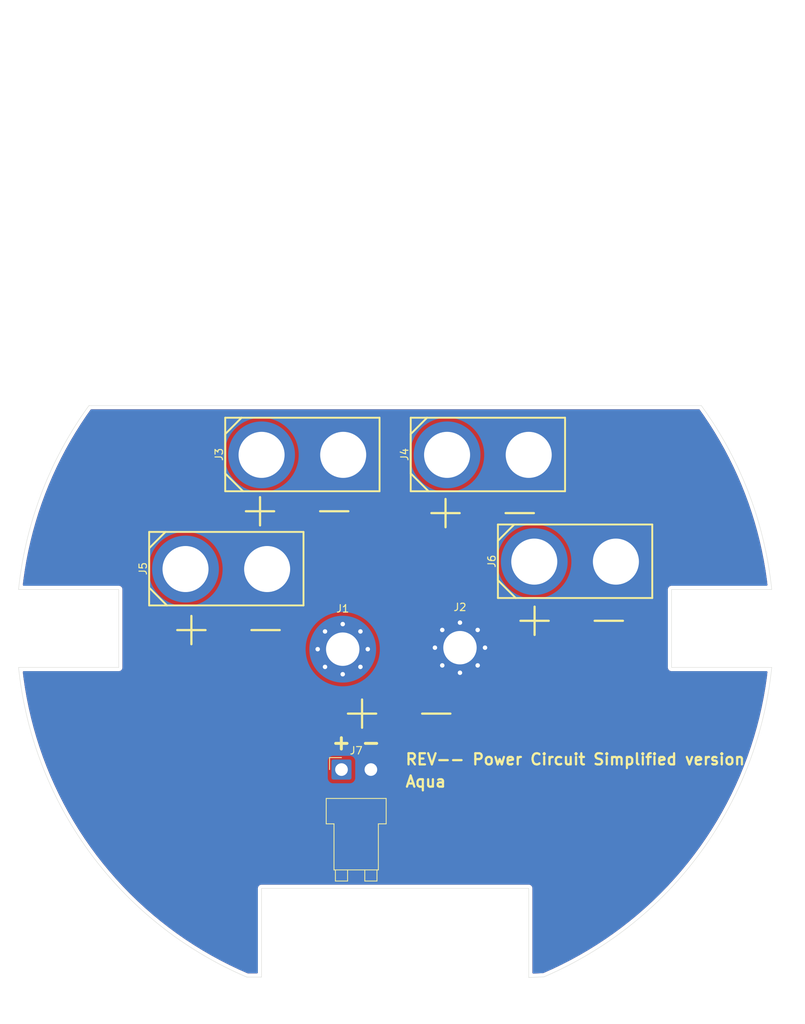
<source format=kicad_pcb>
(kicad_pcb (version 20241229) (generator "pcbnew") (generator_version "9.0")
  (title_block (title "power circuit") (rev "00"))
  (layers (0 "F.Cu" signal) (2 "B.Cu" signal) (13 "F.Paste" user) (15 "B.Paste" user) (5 "F.SilkS" user "F.Silkscreen") (7 "B.SilkS" user "B.Silkscreen") (1 "F.Mask" user) (3 "B.Mask" user) (25 "Edge.Cuts" user))
  (net 0 "")
  (net 1 "+24V")
  (net 2 "GND")
  (footprint "specific_footprint_library:TH_XT90PB-F" (layer "F.Cu") (at 47.5 56.625 90)
    (property "Reference" "J5" (at 0.05 -11.227 90) (layer "F.SilkS"))
    (property "Value" "~")
    (fp_line (start 5 -10.4) (end 5 -8.2) (stroke (width 0.254)) (layer "F.SilkS"))
    (fp_line (start 2.8 -10.4) (end 5 -8.2) (stroke (width 0.254)) (layer "F.SilkS"))
    (fp_line (start -2.5 -10.4) (end 2.8 -10.4) (stroke (width 0.254)) (layer "F.SilkS"))
    (fp_line (start -4.9 -10.4) (end 5 -10.4) (stroke (width 0.254)) (layer "F.SilkS"))
    (fp_line (start 5 -8.2) (end 5 10.4) (stroke (width 0.254)) (layer "F.SilkS"))
    (fp_line (start -4.9 -8) (end -2.5 -10.4) (stroke (width 0.254)) (layer "F.SilkS"))
    (fp_line (start -4.9 -8) (end -4.9 -10.4) (stroke (width 0.254)) (layer "F.SilkS"))
    (fp_line (start 5 10.4) (end -4.9 10.4) (stroke (width 0.254)) (layer "F.SilkS"))
    (fp_line (start -4.9 10.4) (end -4.9 -8) (stroke (width 0.254)) (layer "F.SilkS"))
    (pad "1" thru_hole circle (at 0 -5.5) (size 9 9) (drill 6.2) (layers "*.Cu" "*.Mask") (net 1 "+24V"))
    (pad "2" thru_hole circle (at 0 5.5) (size 9 9) (drill 6.2) (layers "*.Cu" "*.Mask") (net 2 "GND"))
  )
  (footprint "specific_footprint_library:TH_XT90PB-F" (layer "F.Cu") (at 57.75 41.25 90)
    (property "Reference" "J3" (at 0.05 -11.227 90) (layer "F.SilkS"))
    (property "Value" "~")
    (fp_line (start 5 -10.4) (end 5 -8.2) (stroke (width 0.254)) (layer "F.SilkS"))
    (fp_line (start 2.8 -10.4) (end 5 -8.2) (stroke (width 0.254)) (layer "F.SilkS"))
    (fp_line (start -2.5 -10.4) (end 2.8 -10.4) (stroke (width 0.254)) (layer "F.SilkS"))
    (fp_line (start -4.9 -10.4) (end 5 -10.4) (stroke (width 0.254)) (layer "F.SilkS"))
    (fp_line (start 5 -8.2) (end 5 10.4) (stroke (width 0.254)) (layer "F.SilkS"))
    (fp_line (start -4.9 -8) (end -2.5 -10.4) (stroke (width 0.254)) (layer "F.SilkS"))
    (fp_line (start -4.9 -8) (end -4.9 -10.4) (stroke (width 0.254)) (layer "F.SilkS"))
    (fp_line (start 5 10.4) (end -4.9 10.4) (stroke (width 0.254)) (layer "F.SilkS"))
    (fp_line (start -4.9 10.4) (end -4.9 -8) (stroke (width 0.254)) (layer "F.SilkS"))
    (pad "1" thru_hole circle (at 0 -5.5) (size 9 9) (drill 6.2) (layers "*.Cu" "*.Mask") (net 1 "+24V"))
    (pad "2" thru_hole circle (at 0 5.5) (size 9 9) (drill 6.2) (layers "*.Cu" "*.Mask") (net 2 "GND"))
  )
  (footprint "Connector_JST:JST_VH_B2PS-VH_1x02_P3.96mm_Horizontal" (layer "F.Cu") (at 63.02 83.625)
    (property "Reference" "J7" (at 1.98 -2.55 0) (layer "F.SilkS"))
    (property "Value" "Conn_01x02_Pin")
    (fp_line (start -2.06 3.89) (end 6.02 3.89) (stroke (width 0.12)) (layer "F.SilkS"))
    (fp_line (start -2.06 7.31) (end -2.06 3.89) (stroke (width 0.12)) (layer "F.SilkS"))
    (fp_line (start -1.61 -1.61) (end -1.61 0) (stroke (width 0.12)) (layer "F.SilkS"))
    (fp_line (start -1.01 7.31) (end -2.06 7.31) (stroke (width 0.12)) (layer "F.SilkS"))
    (fp_line (start -1.01 13.51) (end -1.01 7.31) (stroke (width 0.12)) (layer "F.SilkS"))
    (fp_line (start -0.82 13.51) (end -0.82 15.01) (stroke (width 0.12)) (layer "F.SilkS"))
    (fp_line (start -0.82 15.01) (end 0.82 15.01) (stroke (width 0.12)) (layer "F.SilkS"))
    (fp_line (start 0 -1.61) (end -1.61 -1.61) (stroke (width 0.12)) (layer "F.SilkS"))
    (fp_line (start 0.82 15.01) (end 0.82 13.51) (stroke (width 0.12)) (layer "F.SilkS"))
    (fp_line (start 3.14 13.51) (end 3.14 15.01) (stroke (width 0.12)) (layer "F.SilkS"))
    (fp_line (start 3.14 15.01) (end 4.78 15.01) (stroke (width 0.12)) (layer "F.SilkS"))
    (fp_line (start 4.78 15.01) (end 4.78 13.51) (stroke (width 0.12)) (layer "F.SilkS"))
    (fp_line (start 4.97 7.31) (end 4.97 13.51) (stroke (width 0.12)) (layer "F.SilkS"))
    (fp_line (start 4.97 13.51) (end -1.01 13.51) (stroke (width 0.12)) (layer "F.SilkS"))
    (fp_line (start 6.02 3.89) (end 6.02 7.31) (stroke (width 0.12)) (layer "F.SilkS"))
    (fp_line (start 6.02 7.31) (end 4.97 7.31) (stroke (width 0.12)) (layer "F.SilkS"))
    (pad "1" thru_hole roundrect (at 0 0) (size 2.7 2.7) (drill 1.7) (layers "*.Cu" "*.Mask") (roundrect_rratio 0.092593) (net 1 "+24V"))
    (pad "2" thru_hole circle (at 3.96 0) (size 2.7 2.7) (drill 1.7) (layers "*.Cu" "*.Mask") (net 2 "GND"))
  )
  (footprint "MountingHole:MountingHole_4.5mm_Pad_Via" (layer "F.Cu") (at 63.186485 67.413515)
    (property "Reference" "J1" (at 0 -5.45 0) (layer "F.SilkS"))
    (property "Value" "Conn_01x01_Pin")
    (pad "1" thru_hole circle (at -3.375 0) (size 0.9 0.9) (drill 0.6) (layers "*.Cu" "*.Mask") (net 1 "+24V"))
    (pad "1" thru_hole circle (at -2.386485 -2.386485) (size 0.9 0.9) (drill 0.6) (layers "*.Cu" "*.Mask") (net 1 "+24V"))
    (pad "1" thru_hole circle (at -2.386485 2.386485) (size 0.9 0.9) (drill 0.6) (layers "*.Cu" "*.Mask") (net 1 "+24V"))
    (pad "1" thru_hole circle (at 0 -3.375) (size 0.9 0.9) (drill 0.6) (layers "*.Cu" "*.Mask") (net 1 "+24V"))
    (pad "1" thru_hole circle (at 0 0) (size 9 9) (drill 4.5) (layers "*.Cu" "*.Mask") (net 1 "+24V"))
    (pad "1" thru_hole circle (at 0 3.375) (size 0.9 0.9) (drill 0.6) (layers "*.Cu" "*.Mask") (net 1 "+24V"))
    (pad "1" thru_hole circle (at 2.386485 -2.386485) (size 0.9 0.9) (drill 0.6) (layers "*.Cu" "*.Mask") (net 1 "+24V"))
    (pad "1" thru_hole circle (at 2.386485 2.386485) (size 0.9 0.9) (drill 0.6) (layers "*.Cu" "*.Mask") (net 1 "+24V"))
    (pad "1" thru_hole circle (at 3.375 0) (size 0.9 0.9) (drill 0.6) (layers "*.Cu" "*.Mask") (net 1 "+24V"))
  )
  (footprint "specific_footprint_library:TH_XT90PB-F" (layer "F.Cu") (at 82.75 41.25 90)
    (property "Reference" "J4" (at 0.05 -11.227 90) (layer "F.SilkS"))
    (property "Value" "~")
    (fp_line (start 5 -10.4) (end 5 -8.2) (stroke (width 0.254)) (layer "F.SilkS"))
    (fp_line (start 2.8 -10.4) (end 5 -8.2) (stroke (width 0.254)) (layer "F.SilkS"))
    (fp_line (start -2.5 -10.4) (end 2.8 -10.4) (stroke (width 0.254)) (layer "F.SilkS"))
    (fp_line (start -4.9 -10.4) (end 5 -10.4) (stroke (width 0.254)) (layer "F.SilkS"))
    (fp_line (start 5 -8.2) (end 5 10.4) (stroke (width 0.254)) (layer "F.SilkS"))
    (fp_line (start -4.9 -8) (end -2.5 -10.4) (stroke (width 0.254)) (layer "F.SilkS"))
    (fp_line (start -4.9 -8) (end -4.9 -10.4) (stroke (width 0.254)) (layer "F.SilkS"))
    (fp_line (start 5 10.4) (end -4.9 10.4) (stroke (width 0.254)) (layer "F.SilkS"))
    (fp_line (start -4.9 10.4) (end -4.9 -8) (stroke (width 0.254)) (layer "F.SilkS"))
    (pad "1" thru_hole circle (at 0 -5.5) (size 9 9) (drill 6.2) (layers "*.Cu" "*.Mask") (net 1 "+24V"))
    (pad "2" thru_hole circle (at 0 5.5) (size 9 9) (drill 6.2) (layers "*.Cu" "*.Mask") (net 2 "GND"))
  )
  (footprint "MountingHole:MountingHole_4.5mm_Pad_Via" (layer "F.Cu") (at 78.986485 67.213515)
    (property "Reference" "J2" (at 0 -5.45 0) (layer "F.SilkS"))
    (property "Value" "-")
    (pad "1" thru_hole circle (at -3.375 0) (size 0.9 0.9) (drill 0.6) (layers "*.Cu" "*.Mask") (net 2 "GND"))
    (pad "1" thru_hole circle (at -2.386485 -2.386485) (size 0.9 0.9) (drill 0.6) (layers "*.Cu" "*.Mask") (net 2 "GND"))
    (pad "1" thru_hole circle (at -2.386485 2.386485) (size 0.9 0.9) (drill 0.6) (layers "*.Cu" "*.Mask") (net 2 "GND"))
    (pad "1" thru_hole circle (at 0 -3.375) (size 0.9 0.9) (drill 0.6) (layers "*.Cu" "*.Mask") (net 2 "GND"))
    (pad "1" thru_hole circle (at 0 0) (size 9 9) (drill 4.5) (layers "*.Cu" "*.Mask") (net 2 "GND"))
    (pad "1" thru_hole circle (at 0 3.375) (size 0.9 0.9) (drill 0.6) (layers "*.Cu" "*.Mask") (net 2 "GND"))
    (pad "1" thru_hole circle (at 2.386485 -2.386485) (size 0.9 0.9) (drill 0.6) (layers "*.Cu" "*.Mask") (net 2 "GND"))
    (pad "1" thru_hole circle (at 2.386485 2.386485) (size 0.9 0.9) (drill 0.6) (layers "*.Cu" "*.Mask") (net 2 "GND"))
    (pad "1" thru_hole circle (at 3.375 0) (size 0.9 0.9) (drill 0.6) (layers "*.Cu" "*.Mask") (net 2 "GND"))
  )
  (footprint "specific_footprint_library:TH_XT90PB-F" (layer "F.Cu") (at 94.5 55.625 90)
    (property "Reference" "J6" (at 0.05 -11.227 90) (layer "F.SilkS"))
    (property "Value" "~")
    (fp_line (start 5 -10.4) (end 5 -8.2) (stroke (width 0.254)) (layer "F.SilkS"))
    (fp_line (start 2.8 -10.4) (end 5 -8.2) (stroke (width 0.254)) (layer "F.SilkS"))
    (fp_line (start -2.5 -10.4) (end 2.8 -10.4) (stroke (width 0.254)) (layer "F.SilkS"))
    (fp_line (start -4.9 -10.4) (end 5 -10.4) (stroke (width 0.254)) (layer "F.SilkS"))
    (fp_line (start 5 -8.2) (end 5 10.4) (stroke (width 0.254)) (layer "F.SilkS"))
    (fp_line (start -4.9 -8) (end -2.5 -10.4) (stroke (width 0.254)) (layer "F.SilkS"))
    (fp_line (start -4.9 -8) (end -4.9 -10.4) (stroke (width 0.254)) (layer "F.SilkS"))
    (fp_line (start 5 10.4) (end -4.9 10.4) (stroke (width 0.254)) (layer "F.SilkS"))
    (fp_line (start -4.9 10.4) (end -4.9 -8) (stroke (width 0.254)) (layer "F.SilkS"))
    (pad "1" thru_hole circle (at 0 -5.5) (size 9 9) (drill 6.2) (layers "*.Cu" "*.Mask") (net 1 "+24V"))
    (pad "2" thru_hole circle (at 0 5.5) (size 9 9) (drill 6.2) (layers "*.Cu" "*.Mask") (net 2 "GND"))
  )
  (gr_line (start 107.5 59.375) (end 121 59.375) (stroke (width 0.05)) (layer "Edge.Cuts"))
  (gr_arc (start 19.5 59.375) (mid 22.607352 46.368409) (end 28.987615 34.615992) (stroke (width 0.05)) (layer "Edge.Cuts"))
  (gr_line (start 52.25 111.572052) (end 52.25 99.625) (stroke (width 0.05)) (layer "Edge.Cuts"))
  (gr_arc (start 121 69.875) (mid 111.330997 94.881845) (end 90.31781 111.533507) (stroke (width 0.05)) (layer "Edge.Cuts"))
  (gr_arc (start 50.272531 111.572052) (mid 29.198146 94.921373) (end 19.5 69.875) (stroke (width 0.05)) (layer "Edge.Cuts"))
  (gr_line (start 19.5 59.375) (end 33 59.375) (stroke (width 0.05)) (layer "Edge.Cuts"))
  (gr_line (start 107.5 69.875) (end 107.5 59.375) (stroke (width 0.05)) (layer "Edge.Cuts"))
  (gr_line (start 121 69.874999) (end 107.5 69.875) (stroke (width 0.05)) (layer "Edge.Cuts"))
  (gr_line (start 88.25 111.625) (end 90.317809 111.533507) (stroke (width 0.05)) (layer "Edge.Cuts"))
  (gr_line (start 88.25 99.625) (end 88.25 111.625) (stroke (width 0.05)) (layer "Edge.Cuts"))
  (gr_line (start 50.272531 111.572051) (end 52.25 111.572052) (stroke (width 0.05)) (layer "Edge.Cuts"))
  (gr_line (start 28.987615 34.615992) (end 111.512385 34.615994) (stroke (width 0.05)) (layer "Edge.Cuts"))
  (gr_line (start 33 59.375) (end 33 69.875) (stroke (width 0.05)) (layer "Edge.Cuts"))
  (gr_line (start 52.25 99.625) (end 88.25 99.625) (stroke (width 0.05)) (layer "Edge.Cuts"))
  (gr_line (start 33 69.875) (end 19.5 69.875) (stroke (width 0.05)) (layer "Edge.Cuts"))
  (gr_arc (start 111.512385 34.615992) (mid 117.892647 46.368409) (end 121 59.375) (stroke (width 0.05)) (layer "Edge.Cuts"))
  (gr_text "+ -" (at 73.75 51.625 0) (layer "F.SilkS") (effects (font (size 5 5) (thickness 0.3) (bold yes)) (justify left bottom)))
  (gr_text "+ -" (at 62.5 78.625 0) (layer "F.SilkS") (effects (font (size 5 5) (thickness 0.3) (bold yes)) (justify left bottom)))
  (gr_text "+ -" (at 48.75 51.375 0) (layer "F.SilkS") (effects (font (size 5 5) (thickness 0.3) (bold yes)) (justify left bottom)))
  (gr_text "+ -" (at 61.5 81.125 0) (layer "F.SilkS") (effects (font (size 2 2) (thickness 0.4) (bold yes)) (justify left bottom)))
  (gr_text "+ -" (at 39.5 67.375 0) (layer "F.SilkS") (effects (font (size 5 5) (thickness 0.3) (bold yes)) (justify left bottom)))
  (gr_text "+ -" (at 85.75 66.125 0) (layer "F.SilkS") (effects (font (size 5 5) (thickness 0.3) (bold yes)) (justify left bottom)))
  (gr_text "REV-- Power Circuit Simplified version " (at 71.5 83.125 0) (layer "F.SilkS") (effects (font (size 1.5 1.5) (thickness 0.3) (bold yes)) (justify left bottom)))
  (gr_text "Aqua" (at 71.5 86.125 0) (layer "F.SilkS") (effects (font (size 1.5 1.5) (thickness 0.3) (bold yes)) (justify left bottom)))
  (zone (net 1) (net_name "+24V") (layer "F.Cu") (connect_pads yes (clearance 0.5)) (min_thickness 0.25) (fill yes (thermal_gap 0.5) (thermal_bridge_width 0.5))
    (polygon (pts (xy 17 13.585848) (xy 17 117.585848) (xy 125.5 117.835848) (xy 125.5 13.835848)))
  )
  (zone (net 2) (net_name "GND") (layer "B.Cu") (priority 1) (connect_pads yes (clearance 0.5)) (min_thickness 0.25) (fill yes (thermal_gap 0.5) (thermal_bridge_width 0.5))
    (polygon (pts (xy 17 117.625) (xy 125.5 117.875) (xy 125.5 13.875) (xy 17 13.625)))
  )
)
</source>
